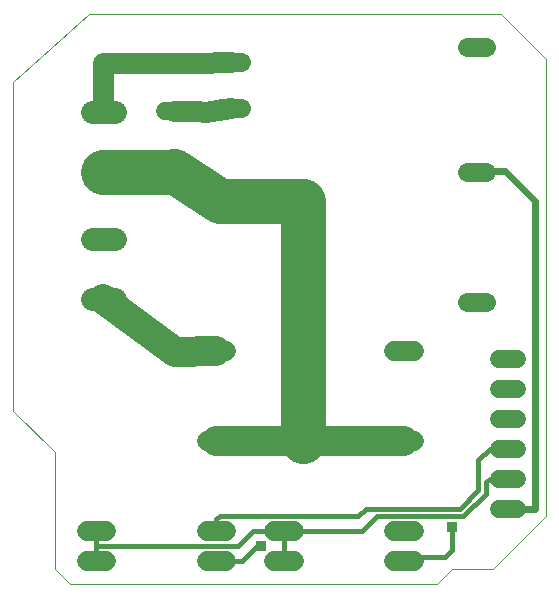
<source format=gbl>
G75*
%MOIN*%
%OFA0B0*%
%FSLAX25Y25*%
%IPPOS*%
%LPD*%
%AMOC8*
5,1,8,0,0,1.08239X$1,22.5*
%
%ADD10C,0.00000*%
%ADD11C,0.07800*%
%ADD12C,0.06600*%
%ADD13C,0.06000*%
%ADD14C,0.06496*%
%ADD15C,0.07000*%
%ADD16C,0.15000*%
%ADD17C,0.10000*%
%ADD18C,0.01600*%
%ADD19R,0.03562X0.03562*%
%ADD20C,0.02400*%
D10*
X0189911Y0200358D02*
X0176161Y0214108D01*
X0176161Y0323988D01*
X0201321Y0346608D01*
X0338661Y0346608D01*
X0353661Y0331608D01*
X0353661Y0179108D01*
X0336161Y0161608D01*
X0322411Y0161608D01*
X0317411Y0156608D01*
X0194911Y0156608D01*
X0189911Y0161608D01*
X0189911Y0200358D01*
D11*
X0202261Y0251628D02*
X0210061Y0251628D01*
X0210061Y0271428D02*
X0202261Y0271428D01*
X0202261Y0294088D02*
X0210061Y0294088D01*
X0210061Y0313888D02*
X0202261Y0313888D01*
D12*
X0240561Y0234028D02*
X0247161Y0234028D01*
X0247161Y0204028D02*
X0240561Y0204028D01*
X0240561Y0174028D02*
X0247161Y0174028D01*
X0247161Y0164028D02*
X0240561Y0164028D01*
X0263021Y0164028D02*
X0269621Y0164028D01*
X0269621Y0174028D02*
X0263021Y0174028D01*
X0303021Y0174028D02*
X0309621Y0174028D01*
X0309621Y0164028D02*
X0303021Y0164028D01*
X0303021Y0204028D02*
X0309621Y0204028D01*
X0309621Y0234028D02*
X0303021Y0234028D01*
X0207161Y0174028D02*
X0200561Y0174028D01*
X0200561Y0164028D02*
X0207161Y0164028D01*
D13*
X0226871Y0294028D02*
X0232871Y0294028D01*
X0232871Y0314028D02*
X0226871Y0314028D01*
X0338161Y0231608D02*
X0344161Y0231608D01*
X0344161Y0221608D02*
X0338161Y0221608D01*
X0338161Y0211608D02*
X0344161Y0211608D01*
X0344161Y0201608D02*
X0338161Y0201608D01*
X0338161Y0191608D02*
X0344161Y0191608D01*
X0344161Y0181608D02*
X0338161Y0181608D01*
D14*
X0333765Y0250594D02*
X0327269Y0250594D01*
X0327269Y0293861D02*
X0333765Y0293861D01*
X0333765Y0335594D02*
X0327269Y0335594D01*
X0252033Y0330515D02*
X0245537Y0330515D01*
X0245537Y0315160D02*
X0252033Y0315160D01*
D15*
X0248785Y0315160D02*
X0239941Y0313988D01*
X0237421Y0314028D01*
X0229871Y0314028D01*
X0229311Y0330218D02*
X0236811Y0330338D01*
X0248785Y0330515D01*
X0229311Y0330218D02*
X0206161Y0330218D01*
X0206161Y0313988D01*
D16*
X0206161Y0293988D02*
X0228621Y0293988D01*
X0229871Y0294028D02*
X0244911Y0284108D01*
X0272591Y0284188D01*
X0272591Y0204028D01*
D17*
X0272751Y0204028D01*
X0306321Y0204028D01*
X0272591Y0204028D02*
X0243861Y0204028D01*
X0243861Y0234028D02*
X0229951Y0233748D01*
X0206161Y0251528D01*
X0228621Y0293988D02*
X0229871Y0294028D01*
D18*
X0293661Y0181608D02*
X0291161Y0179108D01*
X0244911Y0179108D01*
X0243861Y0178058D01*
X0243861Y0174028D01*
X0251161Y0169108D02*
X0203861Y0169108D01*
X0203861Y0164028D01*
X0203861Y0169108D02*
X0203861Y0174028D01*
X0243861Y0164028D02*
X0252331Y0164028D01*
X0257411Y0169108D01*
X0258661Y0169108D01*
X0256161Y0174108D02*
X0251161Y0169108D01*
X0256161Y0174108D02*
X0266241Y0174108D01*
X0266321Y0174028D01*
X0292331Y0174028D01*
X0297411Y0179108D01*
X0326161Y0179108D01*
X0333661Y0186608D01*
X0333661Y0190358D01*
X0334911Y0191608D01*
X0341161Y0191608D01*
X0341161Y0201608D02*
X0334911Y0201608D01*
X0331161Y0197858D01*
X0331161Y0187858D01*
X0324911Y0181608D01*
X0293661Y0181608D01*
X0307651Y0165358D02*
X0306321Y0164028D01*
X0307651Y0165358D02*
X0319911Y0165358D01*
X0322411Y0167858D01*
X0322411Y0175358D01*
X0266321Y0174028D02*
X0266321Y0164028D01*
D19*
X0258661Y0169108D03*
X0322411Y0175358D03*
D20*
X0341161Y0181608D02*
X0349911Y0181608D01*
X0349911Y0284108D01*
X0339931Y0294088D01*
X0330517Y0293861D01*
M02*

</source>
